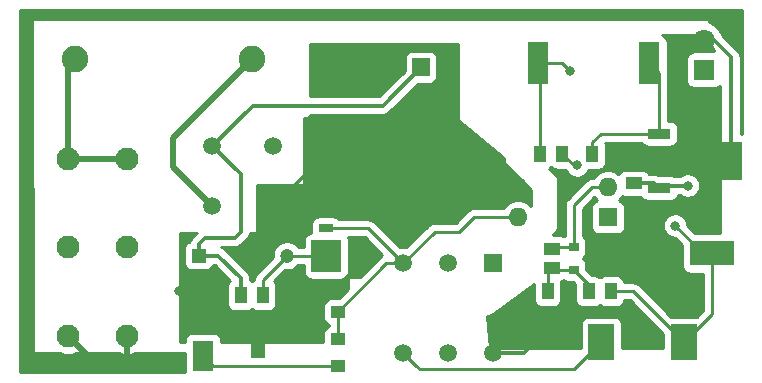
<source format=gbr>
%TF.GenerationSoftware,KiCad,Pcbnew,(5.1.12-1-g0a0a2da680)-1*%
%TF.CreationDate,2021-11-23T21:30:51+01:00*%
%TF.ProjectId,SMPS,534d5053-2e6b-4696-9361-645f70636258,rev?*%
%TF.SameCoordinates,Original*%
%TF.FileFunction,Copper,L1,Top*%
%TF.FilePolarity,Positive*%
%FSLAX46Y46*%
G04 Gerber Fmt 4.6, Leading zero omitted, Abs format (unit mm)*
G04 Created by KiCad (PCBNEW (5.1.12-1-g0a0a2da680)-1) date 2021-11-23 21:30:51*
%MOMM*%
%LPD*%
G01*
G04 APERTURE LIST*
%TA.AperFunction,ComponentPad*%
%ADD10C,1.500000*%
%TD*%
%TA.AperFunction,ComponentPad*%
%ADD11R,1.500000X1.500000*%
%TD*%
%TA.AperFunction,SMDPad,CuDef*%
%ADD12R,1.000000X1.450000*%
%TD*%
%TA.AperFunction,SMDPad,CuDef*%
%ADD13R,1.780000X3.560000*%
%TD*%
%TA.AperFunction,ComponentPad*%
%ADD14C,1.800000*%
%TD*%
%TA.AperFunction,ComponentPad*%
%ADD15R,1.800000X1.800000*%
%TD*%
%TA.AperFunction,ComponentPad*%
%ADD16C,1.950000*%
%TD*%
%TA.AperFunction,SMDPad,CuDef*%
%ADD17R,1.200000X3.300000*%
%TD*%
%TA.AperFunction,SMDPad,CuDef*%
%ADD18R,1.200000X1.000000*%
%TD*%
%TA.AperFunction,SMDPad,CuDef*%
%ADD19R,1.950000X3.200000*%
%TD*%
%TA.AperFunction,SMDPad,CuDef*%
%ADD20R,1.950000X0.900000*%
%TD*%
%TA.AperFunction,ComponentPad*%
%ADD21C,2.250000*%
%TD*%
%TA.AperFunction,SMDPad,CuDef*%
%ADD22R,2.200000X3.050000*%
%TD*%
%TA.AperFunction,SMDPad,CuDef*%
%ADD23R,1.270000X0.762000*%
%TD*%
%TA.AperFunction,SMDPad,CuDef*%
%ADD24R,2.540000X2.670000*%
%TD*%
%TA.AperFunction,SMDPad,CuDef*%
%ADD25R,3.800000X2.150000*%
%TD*%
%TA.AperFunction,SMDPad,CuDef*%
%ADD26R,1.470000X1.020000*%
%TD*%
%TA.AperFunction,SMDPad,CuDef*%
%ADD27R,1.800000X2.600000*%
%TD*%
%TA.AperFunction,SMDPad,CuDef*%
%ADD28R,1.020000X1.470000*%
%TD*%
%TA.AperFunction,SMDPad,CuDef*%
%ADD29R,0.900000X0.800000*%
%TD*%
%TA.AperFunction,ComponentPad*%
%ADD30O,1.600000X1.600000*%
%TD*%
%TA.AperFunction,ComponentPad*%
%ADD31R,1.600000X1.600000*%
%TD*%
%TA.AperFunction,ComponentPad*%
%ADD32C,1.200000*%
%TD*%
%TA.AperFunction,ComponentPad*%
%ADD33R,1.200000X1.200000*%
%TD*%
%TA.AperFunction,ComponentPad*%
%ADD34C,1.510000*%
%TD*%
%TA.AperFunction,ViaPad*%
%ADD35C,0.800000*%
%TD*%
%TA.AperFunction,Conductor*%
%ADD36C,0.300000*%
%TD*%
%TA.AperFunction,Conductor*%
%ADD37C,0.250000*%
%TD*%
%TA.AperFunction,Conductor*%
%ADD38C,0.500000*%
%TD*%
%TA.AperFunction,Conductor*%
%ADD39C,0.254000*%
%TD*%
%TA.AperFunction,Conductor*%
%ADD40C,0.100000*%
%TD*%
G04 APERTURE END LIST*
D10*
%TO.P,T1,2*%
%TO.N,N/C*%
X83575000Y-82215000D03*
%TO.P,T1,5*%
X83575000Y-89835000D03*
D11*
%TO.P,T1,1*%
%TO.N,/DClink+*%
X87385000Y-82215000D03*
D10*
%TO.P,T1,6*%
%TO.N,GND_iso*%
X87385000Y-89835000D03*
%TO.P,T1,3*%
%TO.N,Net-(D1-Pad2)*%
X79765000Y-82215000D03*
%TO.P,T1,4*%
%TO.N,Net-(D2-Pad2)*%
X79765000Y-89835000D03*
%TD*%
D12*
%TO.P,R4,2*%
%TO.N,GND_iso*%
X93900000Y-84600000D03*
%TO.P,R4,1*%
%TO.N,Net-(C6-Pad2)*%
X92000000Y-84600000D03*
%TD*%
%TO.P,R3,2*%
%TO.N,Net-(C6-Pad2)*%
X95475000Y-84600000D03*
%TO.P,R3,1*%
%TO.N,Net-(C7-Pad1)*%
X97375000Y-84600000D03*
%TD*%
%TO.P,R2,2*%
%TO.N,Net-(R2-Pad2)*%
X93250000Y-72925000D03*
%TO.P,R2,1*%
%TO.N,Net-(C7-Pad1)*%
X91350000Y-72925000D03*
%TD*%
%TO.P,R1,2*%
%TO.N,Net-(C5-Pad2)*%
X67900000Y-84925000D03*
%TO.P,R1,1*%
%TO.N,/DClink+*%
X66000000Y-84925000D03*
%TD*%
D13*
%TO.P,L1,2*%
%TO.N,7V*%
X100625000Y-65275000D03*
%TO.P,L1,1*%
%TO.N,Net-(C7-Pad1)*%
X91225000Y-65275000D03*
%TD*%
D14*
%TO.P,J2,2*%
%TO.N,GND_iso*%
X105275000Y-63285000D03*
D15*
%TO.P,J2,1*%
%TO.N,3.3V*%
X105275000Y-65825000D03*
%TD*%
D16*
%TO.P,J1,A3*%
%TO.N,PE*%
X51375000Y-88375000D03*
%TO.P,J1,A2*%
%TO.N,/AC_N*%
X51375000Y-80875000D03*
%TO.P,J1,A1*%
%TO.N,/AC_L*%
X51375000Y-73375000D03*
%TO.P,J1,3*%
%TO.N,PE*%
X56375000Y-88375000D03*
%TO.P,J1,2*%
%TO.N,/AC_N*%
X56375000Y-80875000D03*
%TO.P,J1,1*%
%TO.N,/AC_L*%
X56375000Y-73375000D03*
%TD*%
D17*
%TO.P,IC2,4*%
%TO.N,/GND*%
X67450000Y-88625000D03*
D18*
%TO.P,IC2,3*%
%TO.N,Net-(D1-Pad2)*%
X74250000Y-86325000D03*
%TO.P,IC2,2*%
X74250000Y-88625000D03*
%TO.P,IC2,1*%
%TO.N,Net-(C4-Pad1)*%
X74250000Y-90925000D03*
%TD*%
D19*
%TO.P,IC1,4*%
%TO.N,GND_iso*%
X107550000Y-73550000D03*
D20*
%TO.P,IC1,3*%
%TO.N,3.3V*%
X101450000Y-75850000D03*
%TO.P,IC1,2*%
%TO.N,GND_iso*%
X101450000Y-73550000D03*
%TO.P,IC1,1*%
%TO.N,7V*%
X101450000Y-71250000D03*
%TD*%
D21*
%TO.P,F1,2*%
%TO.N,/AC_F_L*%
X66950000Y-64950000D03*
%TO.P,F1,1*%
%TO.N,/AC_L*%
X51950000Y-64950000D03*
%TD*%
D22*
%TO.P,D2,2*%
%TO.N,Net-(D2-Pad2)*%
X96550000Y-88900000D03*
%TO.P,D2,1*%
%TO.N,Net-(C7-Pad1)*%
X103550000Y-88900000D03*
%TD*%
D23*
%TO.P,D1,2*%
%TO.N,Net-(D1-Pad2)*%
X73250000Y-79272500D03*
D24*
%TO.P,D1,1*%
%TO.N,Net-(C5-Pad2)*%
X73250000Y-81623500D03*
%TD*%
D25*
%TO.P,C7,2*%
%TO.N,GND_iso*%
X99125000Y-81375000D03*
%TO.P,C7,1*%
%TO.N,Net-(C7-Pad1)*%
X105925000Y-81375000D03*
%TD*%
D26*
%TO.P,C6,2*%
%TO.N,Net-(C6-Pad2)*%
X92350000Y-82600000D03*
%TO.P,C6,1*%
%TO.N,Net-(C6-Pad1)*%
X92350000Y-81000000D03*
%TD*%
D27*
%TO.P,C4,2*%
%TO.N,/GND*%
X62825000Y-85550000D03*
%TO.P,C4,1*%
%TO.N,Net-(C4-Pad1)*%
X62825000Y-90050000D03*
%TD*%
D10*
%TO.P,C3,2*%
%TO.N,/GND*%
X81275000Y-73125000D03*
D11*
%TO.P,C3,1*%
%TO.N,/DClink+*%
X81275000Y-65625000D03*
%TD*%
D26*
%TO.P,C2,2*%
%TO.N,GND_iso*%
X99275000Y-73850000D03*
%TO.P,C2,1*%
%TO.N,3.3V*%
X99275000Y-75450000D03*
%TD*%
D28*
%TO.P,C1,2*%
%TO.N,GND_iso*%
X97375000Y-72950000D03*
%TO.P,C1,1*%
%TO.N,7V*%
X95775000Y-72950000D03*
%TD*%
D29*
%TO.P,U2,3*%
%TO.N,GND_iso*%
X96200000Y-81800000D03*
%TO.P,U2,2*%
%TO.N,Net-(C6-Pad2)*%
X94200000Y-82750000D03*
%TO.P,U2,1*%
%TO.N,Net-(C6-Pad1)*%
X94200000Y-80850000D03*
%TD*%
D30*
%TO.P,U1,4*%
%TO.N,Net-(D1-Pad2)*%
X89505000Y-78325000D03*
%TO.P,U1,2*%
%TO.N,Net-(C6-Pad1)*%
X97125000Y-75785000D03*
%TO.P,U1,3*%
%TO.N,/GND*%
X89505000Y-75785000D03*
D31*
%TO.P,U1,1*%
%TO.N,Net-(R2-Pad2)*%
X97125000Y-78325000D03*
%TD*%
D32*
%TO.P,C5,2*%
%TO.N,Net-(C5-Pad2)*%
X69950000Y-81575000D03*
D33*
%TO.P,C5,1*%
%TO.N,/DClink+*%
X62450000Y-81575000D03*
%TD*%
D34*
%TO.P,BR1,4*%
%TO.N,/AC_F_L*%
X63626000Y-77400000D03*
%TO.P,BR1,3*%
%TO.N,/GND*%
X68726000Y-77400000D03*
%TO.P,BR1,2*%
%TO.N,/AC_N*%
X68726000Y-72300000D03*
%TO.P,BR1,1*%
%TO.N,/DClink+*%
X63626000Y-72300000D03*
%TD*%
D35*
%TO.N,GND_iso*%
X99850000Y-83375000D03*
%TO.N,3.3V*%
X103875000Y-75650000D03*
%TO.N,Net-(C7-Pad1)*%
X102800000Y-79025000D03*
X93900000Y-65925000D03*
%TO.N,Net-(R2-Pad2)*%
X94500000Y-73925000D03*
%TO.N,/GND*%
X60750000Y-84600000D03*
%TD*%
D36*
%TO.N,GND_iso*%
X87385000Y-89835000D02*
X89990000Y-89835000D01*
X93900000Y-85925000D02*
X93900000Y-84600000D01*
X89990000Y-89835000D02*
X93900000Y-85925000D01*
X99850000Y-82100000D02*
X99125000Y-81375000D01*
X99850000Y-83375000D02*
X99850000Y-82100000D01*
X96625000Y-81375000D02*
X96200000Y-81800000D01*
X99125000Y-81375000D02*
X96625000Y-81375000D01*
X98375000Y-72950000D02*
X99275000Y-73850000D01*
X97375000Y-72950000D02*
X98375000Y-72950000D01*
X99575000Y-73550000D02*
X99275000Y-73850000D01*
X101450000Y-73550000D02*
X99575000Y-73550000D01*
X101450000Y-73550000D02*
X107550000Y-73550000D01*
X107550000Y-73550000D02*
X107550000Y-64775000D01*
X106060000Y-63285000D02*
X105275000Y-63285000D01*
X107550000Y-64775000D02*
X106060000Y-63285000D01*
X99125000Y-81375000D02*
X99125000Y-80325000D01*
X99125000Y-80325000D02*
X102075000Y-77375000D01*
X103725000Y-77375000D02*
X107550000Y-73550000D01*
X102075000Y-77375000D02*
X103725000Y-77375000D01*
D37*
%TO.N,7V*%
X101450000Y-66100000D02*
X100625000Y-65275000D01*
X101450000Y-71250000D02*
X101450000Y-66100000D01*
X95775000Y-71965000D02*
X95775000Y-72950000D01*
X96490000Y-71250000D02*
X95775000Y-71965000D01*
X101450000Y-71250000D02*
X96490000Y-71250000D01*
D36*
%TO.N,3.3V*%
X101650000Y-75650000D02*
X101450000Y-75850000D01*
X103875000Y-75650000D02*
X101650000Y-75650000D01*
X101050000Y-75450000D02*
X101450000Y-75850000D01*
X99275000Y-75450000D02*
X101050000Y-75450000D01*
D37*
%TO.N,Net-(C4-Pad1)*%
X63700000Y-90925000D02*
X62825000Y-90050000D01*
X74250000Y-90925000D02*
X63700000Y-90925000D01*
%TO.N,Net-(C5-Pad2)*%
X67900000Y-83625000D02*
X69950000Y-81575000D01*
X67900000Y-84925000D02*
X67900000Y-83625000D01*
X73201500Y-81575000D02*
X73250000Y-81623500D01*
X69950000Y-81575000D02*
X73201500Y-81575000D01*
%TO.N,Net-(C6-Pad2)*%
X92000000Y-82950000D02*
X92350000Y-82600000D01*
X92000000Y-84600000D02*
X92000000Y-82950000D01*
X92500000Y-82750000D02*
X92350000Y-82600000D01*
X94200000Y-82750000D02*
X92500000Y-82750000D01*
X95475000Y-84025000D02*
X95475000Y-84600000D01*
X94200000Y-82750000D02*
X95475000Y-84025000D01*
%TO.N,Net-(C6-Pad1)*%
X97125000Y-75785000D02*
X95740000Y-75785000D01*
X94200000Y-77325000D02*
X94200000Y-80850000D01*
X95740000Y-75785000D02*
X94200000Y-77325000D01*
X94200000Y-80850000D02*
X92500000Y-80850000D01*
%TO.N,Net-(C7-Pad1)*%
X99250000Y-84600000D02*
X103550000Y-88900000D01*
X97375000Y-84600000D02*
X99250000Y-84600000D01*
X105925000Y-86525000D02*
X103550000Y-88900000D01*
X105925000Y-81375000D02*
X105925000Y-86525000D01*
X105150000Y-81375000D02*
X102800000Y-79025000D01*
X105925000Y-81375000D02*
X105150000Y-81375000D01*
X93250000Y-65275000D02*
X91225000Y-65275000D01*
X93900000Y-65925000D02*
X93250000Y-65275000D01*
X91350000Y-65400000D02*
X91225000Y-65275000D01*
X91350000Y-72925000D02*
X91350000Y-65400000D01*
%TO.N,Net-(D1-Pad2)*%
X89505000Y-78325000D02*
X85750000Y-78325000D01*
X85750000Y-78325000D02*
X84525000Y-79550000D01*
X82430000Y-79550000D02*
X79765000Y-82215000D01*
X84525000Y-79550000D02*
X82430000Y-79550000D01*
X76822500Y-79272500D02*
X79765000Y-82215000D01*
X73250000Y-79272500D02*
X76822500Y-79272500D01*
X78360000Y-82215000D02*
X74250000Y-86325000D01*
X79765000Y-82215000D02*
X78360000Y-82215000D01*
X74250000Y-88625000D02*
X74250000Y-86325000D01*
%TO.N,Net-(D2-Pad2)*%
X80840001Y-90910001D02*
X80885001Y-90910001D01*
X79765000Y-89835000D02*
X80840001Y-90910001D01*
X80885001Y-90910001D02*
X81175000Y-91200000D01*
X94250000Y-91200000D02*
X96550000Y-88900000D01*
X81175000Y-91200000D02*
X94250000Y-91200000D01*
D38*
%TO.N,PE*%
X56375000Y-88375000D02*
X56375000Y-90625000D01*
X56375000Y-90625000D02*
X56000000Y-91000000D01*
X54000000Y-91000000D02*
X51375000Y-88375000D01*
X56000000Y-91000000D02*
X54000000Y-91000000D01*
D37*
%TO.N,Net-(R2-Pad2)*%
X94250000Y-73925000D02*
X93250000Y-72925000D01*
X94500000Y-73925000D02*
X94250000Y-73925000D01*
%TO.N,/GND*%
X73001000Y-73125000D02*
X68726000Y-77400000D01*
X81275000Y-73125000D02*
X73001000Y-73125000D01*
X61875000Y-84600000D02*
X62825000Y-85550000D01*
X60750000Y-84600000D02*
X61875000Y-84600000D01*
X83935000Y-75785000D02*
X81275000Y-73125000D01*
X89505000Y-75785000D02*
X83935000Y-75785000D01*
X65900000Y-88625000D02*
X62825000Y-85550000D01*
X67450000Y-88625000D02*
X65900000Y-88625000D01*
D36*
%TO.N,/DClink+*%
X63626000Y-72300000D02*
X67051000Y-68875000D01*
X78025000Y-68875000D02*
X81275000Y-65625000D01*
X67051000Y-68875000D02*
X78025000Y-68875000D01*
X64125000Y-81575000D02*
X62450000Y-81575000D01*
X66000000Y-83450000D02*
X64125000Y-81575000D01*
X66000000Y-84925000D02*
X66000000Y-83450000D01*
X62450000Y-80600000D02*
X62450000Y-81575000D01*
X65550000Y-80050000D02*
X63000000Y-80050000D01*
X66025000Y-79575000D02*
X65550000Y-80050000D01*
X66025000Y-74699000D02*
X66025000Y-79575000D01*
X63000000Y-80050000D02*
X62450000Y-80600000D01*
X63626000Y-72300000D02*
X66025000Y-74699000D01*
D38*
%TO.N,/AC_F_L*%
X66950000Y-64950000D02*
X60275000Y-71625000D01*
X60275000Y-74049000D02*
X63626000Y-77400000D01*
X60275000Y-71625000D02*
X60275000Y-74049000D01*
%TO.N,/AC_L*%
X56375000Y-73375000D02*
X51375000Y-73375000D01*
X51375000Y-65525000D02*
X51950000Y-64950000D01*
X51375000Y-73375000D02*
X51375000Y-65525000D01*
%TD*%
D39*
%TO.N,PE*%
X108480001Y-71311928D02*
X108335000Y-71311928D01*
X108335000Y-64813552D01*
X108338797Y-64774999D01*
X108335000Y-64736446D01*
X108335000Y-64736439D01*
X108323641Y-64621113D01*
X108307971Y-64569454D01*
X108278754Y-64473140D01*
X108269561Y-64455941D01*
X108205862Y-64336767D01*
X108107764Y-64217236D01*
X108077816Y-64192658D01*
X106758112Y-62872955D01*
X106751011Y-62837257D01*
X106635299Y-62557905D01*
X106467312Y-62306495D01*
X106253505Y-62092688D01*
X106002095Y-61924701D01*
X105722743Y-61808989D01*
X105644907Y-61793506D01*
X105644740Y-61699774D01*
X105642255Y-61675002D01*
X105634986Y-61651191D01*
X105623211Y-61629255D01*
X105607383Y-61610038D01*
X105588109Y-61594278D01*
X105566132Y-61582581D01*
X105542295Y-61575396D01*
X105517740Y-61573000D01*
X48467937Y-61573000D01*
X48443161Y-61575440D01*
X48419336Y-61582667D01*
X48397380Y-61594403D01*
X48378134Y-61610197D01*
X48362340Y-61629443D01*
X48350604Y-61651399D01*
X48343377Y-61675224D01*
X48340937Y-61700226D01*
X48390740Y-89700226D01*
X48393225Y-89724998D01*
X48400494Y-89748809D01*
X48412269Y-89770745D01*
X48428097Y-89789962D01*
X48447371Y-89805722D01*
X48469348Y-89817419D01*
X48493185Y-89824604D01*
X48517740Y-89827000D01*
X50679403Y-89827000D01*
X50815120Y-89892820D01*
X51121990Y-89972883D01*
X51438584Y-89991540D01*
X51752733Y-89948074D01*
X52052367Y-89844156D01*
X52084464Y-89827000D01*
X55679403Y-89827000D01*
X55815120Y-89892820D01*
X56121990Y-89972883D01*
X56438584Y-89991540D01*
X56752733Y-89948074D01*
X57052367Y-89844156D01*
X57084464Y-89827000D01*
X61286928Y-89827000D01*
X61286928Y-91350000D01*
X61297269Y-91455000D01*
X47300000Y-91455000D01*
X47300000Y-60780000D01*
X108480001Y-60780000D01*
X108480001Y-71311928D01*
%TA.AperFunction,Conductor*%
D40*
G36*
X108480001Y-71311928D02*
G01*
X108335000Y-71311928D01*
X108335000Y-64813552D01*
X108338797Y-64774999D01*
X108335000Y-64736446D01*
X108335000Y-64736439D01*
X108323641Y-64621113D01*
X108307971Y-64569454D01*
X108278754Y-64473140D01*
X108269561Y-64455941D01*
X108205862Y-64336767D01*
X108107764Y-64217236D01*
X108077816Y-64192658D01*
X106758112Y-62872955D01*
X106751011Y-62837257D01*
X106635299Y-62557905D01*
X106467312Y-62306495D01*
X106253505Y-62092688D01*
X106002095Y-61924701D01*
X105722743Y-61808989D01*
X105644907Y-61793506D01*
X105644740Y-61699774D01*
X105642255Y-61675002D01*
X105634986Y-61651191D01*
X105623211Y-61629255D01*
X105607383Y-61610038D01*
X105588109Y-61594278D01*
X105566132Y-61582581D01*
X105542295Y-61575396D01*
X105517740Y-61573000D01*
X48467937Y-61573000D01*
X48443161Y-61575440D01*
X48419336Y-61582667D01*
X48397380Y-61594403D01*
X48378134Y-61610197D01*
X48362340Y-61629443D01*
X48350604Y-61651399D01*
X48343377Y-61675224D01*
X48340937Y-61700226D01*
X48390740Y-89700226D01*
X48393225Y-89724998D01*
X48400494Y-89748809D01*
X48412269Y-89770745D01*
X48428097Y-89789962D01*
X48447371Y-89805722D01*
X48469348Y-89817419D01*
X48493185Y-89824604D01*
X48517740Y-89827000D01*
X50679403Y-89827000D01*
X50815120Y-89892820D01*
X51121990Y-89972883D01*
X51438584Y-89991540D01*
X51752733Y-89948074D01*
X52052367Y-89844156D01*
X52084464Y-89827000D01*
X55679403Y-89827000D01*
X55815120Y-89892820D01*
X56121990Y-89972883D01*
X56438584Y-89991540D01*
X56752733Y-89948074D01*
X57052367Y-89844156D01*
X57084464Y-89827000D01*
X61286928Y-89827000D01*
X61286928Y-91350000D01*
X61297269Y-91455000D01*
X47300000Y-91455000D01*
X47300000Y-60780000D01*
X108480001Y-60780000D01*
X108480001Y-71311928D01*
G37*
%TD.AperFunction*%
%TD*%
D39*
%TO.N,GND_iso*%
X93395506Y-83680537D02*
X93505820Y-83739502D01*
X93625518Y-83775812D01*
X93750000Y-83788072D01*
X94163271Y-83788072D01*
X94336928Y-83961730D01*
X94336928Y-85325000D01*
X94349188Y-85449482D01*
X94385498Y-85569180D01*
X94444463Y-85679494D01*
X94523815Y-85776185D01*
X94620506Y-85855537D01*
X94730820Y-85914502D01*
X94850518Y-85950812D01*
X94975000Y-85963072D01*
X95975000Y-85963072D01*
X96099482Y-85950812D01*
X96219180Y-85914502D01*
X96329494Y-85855537D01*
X96425000Y-85777158D01*
X96520506Y-85855537D01*
X96630820Y-85914502D01*
X96750518Y-85950812D01*
X96875000Y-85963072D01*
X97875000Y-85963072D01*
X97999482Y-85950812D01*
X98119180Y-85914502D01*
X98229494Y-85855537D01*
X98326185Y-85776185D01*
X98405537Y-85679494D01*
X98464502Y-85569180D01*
X98500812Y-85449482D01*
X98509625Y-85360000D01*
X98935199Y-85360000D01*
X101811928Y-88236730D01*
X101811928Y-89373000D01*
X98288072Y-89373000D01*
X98288072Y-87375000D01*
X98275812Y-87250518D01*
X98239502Y-87130820D01*
X98180537Y-87020506D01*
X98101185Y-86923815D01*
X98004494Y-86844463D01*
X97894180Y-86785498D01*
X97774482Y-86749188D01*
X97650000Y-86736928D01*
X95450000Y-86736928D01*
X95325518Y-86749188D01*
X95205820Y-86785498D01*
X95095506Y-86844463D01*
X94998815Y-86923815D01*
X94919463Y-87020506D01*
X94860498Y-87130820D01*
X94824188Y-87250518D01*
X94811928Y-87375000D01*
X94811928Y-89373000D01*
X87117606Y-89373000D01*
X86908913Y-86660000D01*
X86984241Y-86660000D01*
X87033369Y-86662352D01*
X87081205Y-86655195D01*
X87129383Y-86650450D01*
X87145404Y-86645590D01*
X87161946Y-86643115D01*
X87207471Y-86626762D01*
X87253793Y-86612710D01*
X87268554Y-86604820D01*
X87284300Y-86599164D01*
X87325762Y-86574242D01*
X87368450Y-86551425D01*
X87406500Y-86520198D01*
X90861928Y-83950778D01*
X90861928Y-85325000D01*
X90874188Y-85449482D01*
X90910498Y-85569180D01*
X90969463Y-85679494D01*
X91048815Y-85776185D01*
X91145506Y-85855537D01*
X91255820Y-85914502D01*
X91375518Y-85950812D01*
X91500000Y-85963072D01*
X92500000Y-85963072D01*
X92624482Y-85950812D01*
X92744180Y-85914502D01*
X92854494Y-85855537D01*
X92951185Y-85776185D01*
X93030537Y-85679494D01*
X93089502Y-85569180D01*
X93125812Y-85449482D01*
X93138072Y-85325000D01*
X93138072Y-83875000D01*
X93125812Y-83750518D01*
X93123908Y-83744240D01*
X93209482Y-83735812D01*
X93329180Y-83699502D01*
X93383340Y-83670553D01*
X93395506Y-83680537D01*
%TA.AperFunction,Conductor*%
D40*
G36*
X93395506Y-83680537D02*
G01*
X93505820Y-83739502D01*
X93625518Y-83775812D01*
X93750000Y-83788072D01*
X94163271Y-83788072D01*
X94336928Y-83961730D01*
X94336928Y-85325000D01*
X94349188Y-85449482D01*
X94385498Y-85569180D01*
X94444463Y-85679494D01*
X94523815Y-85776185D01*
X94620506Y-85855537D01*
X94730820Y-85914502D01*
X94850518Y-85950812D01*
X94975000Y-85963072D01*
X95975000Y-85963072D01*
X96099482Y-85950812D01*
X96219180Y-85914502D01*
X96329494Y-85855537D01*
X96425000Y-85777158D01*
X96520506Y-85855537D01*
X96630820Y-85914502D01*
X96750518Y-85950812D01*
X96875000Y-85963072D01*
X97875000Y-85963072D01*
X97999482Y-85950812D01*
X98119180Y-85914502D01*
X98229494Y-85855537D01*
X98326185Y-85776185D01*
X98405537Y-85679494D01*
X98464502Y-85569180D01*
X98500812Y-85449482D01*
X98509625Y-85360000D01*
X98935199Y-85360000D01*
X101811928Y-88236730D01*
X101811928Y-89373000D01*
X98288072Y-89373000D01*
X98288072Y-87375000D01*
X98275812Y-87250518D01*
X98239502Y-87130820D01*
X98180537Y-87020506D01*
X98101185Y-86923815D01*
X98004494Y-86844463D01*
X97894180Y-86785498D01*
X97774482Y-86749188D01*
X97650000Y-86736928D01*
X95450000Y-86736928D01*
X95325518Y-86749188D01*
X95205820Y-86785498D01*
X95095506Y-86844463D01*
X94998815Y-86923815D01*
X94919463Y-87020506D01*
X94860498Y-87130820D01*
X94824188Y-87250518D01*
X94811928Y-87375000D01*
X94811928Y-89373000D01*
X87117606Y-89373000D01*
X86908913Y-86660000D01*
X86984241Y-86660000D01*
X87033369Y-86662352D01*
X87081205Y-86655195D01*
X87129383Y-86650450D01*
X87145404Y-86645590D01*
X87161946Y-86643115D01*
X87207471Y-86626762D01*
X87253793Y-86612710D01*
X87268554Y-86604820D01*
X87284300Y-86599164D01*
X87325762Y-86574242D01*
X87368450Y-86551425D01*
X87406500Y-86520198D01*
X90861928Y-83950778D01*
X90861928Y-85325000D01*
X90874188Y-85449482D01*
X90910498Y-85569180D01*
X90969463Y-85679494D01*
X91048815Y-85776185D01*
X91145506Y-85855537D01*
X91255820Y-85914502D01*
X91375518Y-85950812D01*
X91500000Y-85963072D01*
X92500000Y-85963072D01*
X92624482Y-85950812D01*
X92744180Y-85914502D01*
X92854494Y-85855537D01*
X92951185Y-85776185D01*
X93030537Y-85679494D01*
X93089502Y-85569180D01*
X93125812Y-85449482D01*
X93138072Y-85325000D01*
X93138072Y-83875000D01*
X93125812Y-83750518D01*
X93123908Y-83744240D01*
X93209482Y-83735812D01*
X93329180Y-83699502D01*
X93383340Y-83670553D01*
X93395506Y-83680537D01*
G37*
%TD.AperFunction*%
D39*
X106059099Y-64286928D02*
X104375000Y-64286928D01*
X104250518Y-64299188D01*
X104130820Y-64335498D01*
X104020506Y-64394463D01*
X103923815Y-64473815D01*
X103844463Y-64570506D01*
X103785498Y-64680820D01*
X103749188Y-64800518D01*
X103736928Y-64925000D01*
X103736928Y-66725000D01*
X103749188Y-66849482D01*
X103785498Y-66969180D01*
X103844463Y-67079494D01*
X103923815Y-67176185D01*
X104020506Y-67255537D01*
X104130820Y-67314502D01*
X104250518Y-67350812D01*
X104375000Y-67363072D01*
X106175000Y-67363072D01*
X106299482Y-67350812D01*
X106419180Y-67314502D01*
X106529494Y-67255537D01*
X106623000Y-67178799D01*
X106623000Y-79661928D01*
X104511729Y-79661928D01*
X103835000Y-78985199D01*
X103835000Y-78923061D01*
X103795226Y-78723102D01*
X103717205Y-78534744D01*
X103603937Y-78365226D01*
X103459774Y-78221063D01*
X103290256Y-78107795D01*
X103101898Y-78029774D01*
X102901939Y-77990000D01*
X102698061Y-77990000D01*
X102498102Y-78029774D01*
X102309744Y-78107795D01*
X102140226Y-78221063D01*
X101996063Y-78365226D01*
X101882795Y-78534744D01*
X101804774Y-78723102D01*
X101765000Y-78923061D01*
X101765000Y-79126939D01*
X101804774Y-79326898D01*
X101882795Y-79515256D01*
X101996063Y-79684774D01*
X102140226Y-79828937D01*
X102309744Y-79942205D01*
X102498102Y-80020226D01*
X102698061Y-80060000D01*
X102760199Y-80060000D01*
X103386928Y-80686729D01*
X103386928Y-82450000D01*
X103399188Y-82574482D01*
X103435498Y-82694180D01*
X103494463Y-82804494D01*
X103573815Y-82901185D01*
X103670506Y-82980537D01*
X103780820Y-83039502D01*
X103900518Y-83075812D01*
X104025000Y-83088072D01*
X105165000Y-83088072D01*
X105165001Y-86210197D01*
X104638270Y-86736928D01*
X102461730Y-86736928D01*
X99813804Y-84089003D01*
X99790001Y-84059999D01*
X99674276Y-83965026D01*
X99542247Y-83894454D01*
X99398986Y-83850997D01*
X99287333Y-83840000D01*
X99287322Y-83840000D01*
X99250000Y-83836324D01*
X99212678Y-83840000D01*
X98509625Y-83840000D01*
X98500812Y-83750518D01*
X98464502Y-83630820D01*
X98405537Y-83520506D01*
X98326185Y-83423815D01*
X98229494Y-83344463D01*
X98119180Y-83285498D01*
X97999482Y-83249188D01*
X97875000Y-83236928D01*
X96875000Y-83236928D01*
X96750518Y-83249188D01*
X96630820Y-83285498D01*
X96520506Y-83344463D01*
X96425000Y-83422842D01*
X96329494Y-83344463D01*
X96219180Y-83285498D01*
X96099482Y-83249188D01*
X95975000Y-83236928D01*
X95761730Y-83236928D01*
X95288072Y-82763271D01*
X95288072Y-82350000D01*
X95275812Y-82225518D01*
X95239502Y-82105820D01*
X95180537Y-81995506D01*
X95101185Y-81898815D01*
X95004494Y-81819463D01*
X94968082Y-81800000D01*
X95004494Y-81780537D01*
X95101185Y-81701185D01*
X95180537Y-81604494D01*
X95239502Y-81494180D01*
X95275812Y-81374482D01*
X95288072Y-81250000D01*
X95288072Y-80450000D01*
X95275812Y-80325518D01*
X95239502Y-80205820D01*
X95180537Y-80095506D01*
X95101185Y-79998815D01*
X95004494Y-79919463D01*
X94960000Y-79895680D01*
X94960000Y-77639801D01*
X95966175Y-76633627D01*
X96010363Y-76699759D01*
X96208961Y-76898357D01*
X96200518Y-76899188D01*
X96080820Y-76935498D01*
X95970506Y-76994463D01*
X95873815Y-77073815D01*
X95794463Y-77170506D01*
X95735498Y-77280820D01*
X95699188Y-77400518D01*
X95686928Y-77525000D01*
X95686928Y-79125000D01*
X95699188Y-79249482D01*
X95735498Y-79369180D01*
X95794463Y-79479494D01*
X95873815Y-79576185D01*
X95970506Y-79655537D01*
X96080820Y-79714502D01*
X96200518Y-79750812D01*
X96325000Y-79763072D01*
X97925000Y-79763072D01*
X98049482Y-79750812D01*
X98169180Y-79714502D01*
X98279494Y-79655537D01*
X98376185Y-79576185D01*
X98455537Y-79479494D01*
X98514502Y-79369180D01*
X98550812Y-79249482D01*
X98563072Y-79125000D01*
X98563072Y-77525000D01*
X98550812Y-77400518D01*
X98514502Y-77280820D01*
X98455537Y-77170506D01*
X98376185Y-77073815D01*
X98279494Y-76994463D01*
X98169180Y-76935498D01*
X98049482Y-76899188D01*
X98041039Y-76898357D01*
X98239637Y-76699759D01*
X98332584Y-76560654D01*
X98415518Y-76585812D01*
X98540000Y-76598072D01*
X99914304Y-76598072D01*
X99944463Y-76654494D01*
X100023815Y-76751185D01*
X100120506Y-76830537D01*
X100230820Y-76889502D01*
X100350518Y-76925812D01*
X100475000Y-76938072D01*
X102425000Y-76938072D01*
X102549482Y-76925812D01*
X102669180Y-76889502D01*
X102779494Y-76830537D01*
X102876185Y-76751185D01*
X102955537Y-76654494D01*
X103014502Y-76544180D01*
X103047621Y-76435000D01*
X103196289Y-76435000D01*
X103215226Y-76453937D01*
X103384744Y-76567205D01*
X103573102Y-76645226D01*
X103773061Y-76685000D01*
X103976939Y-76685000D01*
X104176898Y-76645226D01*
X104365256Y-76567205D01*
X104534774Y-76453937D01*
X104678937Y-76309774D01*
X104792205Y-76140256D01*
X104870226Y-75951898D01*
X104910000Y-75751939D01*
X104910000Y-75548061D01*
X104870226Y-75348102D01*
X104792205Y-75159744D01*
X104678937Y-74990226D01*
X104534774Y-74846063D01*
X104365256Y-74732795D01*
X104176898Y-74654774D01*
X103976939Y-74615000D01*
X103773061Y-74615000D01*
X103573102Y-74654774D01*
X103384744Y-74732795D01*
X103215226Y-74846063D01*
X103196289Y-74865000D01*
X102771144Y-74865000D01*
X102669180Y-74810498D01*
X102549482Y-74774188D01*
X102425000Y-74761928D01*
X101427972Y-74761928D01*
X101351860Y-74721246D01*
X101203887Y-74676359D01*
X101088561Y-74665000D01*
X101088553Y-74665000D01*
X101050000Y-74661203D01*
X101011447Y-74665000D01*
X100583028Y-74665000D01*
X100540537Y-74585506D01*
X100461185Y-74488815D01*
X100364494Y-74409463D01*
X100254180Y-74350498D01*
X100134482Y-74314188D01*
X100010000Y-74301928D01*
X98540000Y-74301928D01*
X98415518Y-74314188D01*
X98295820Y-74350498D01*
X98185506Y-74409463D01*
X98088815Y-74488815D01*
X98009463Y-74585506D01*
X97984015Y-74633116D01*
X97804727Y-74513320D01*
X97543574Y-74405147D01*
X97266335Y-74350000D01*
X96983665Y-74350000D01*
X96706426Y-74405147D01*
X96445273Y-74513320D01*
X96210241Y-74670363D01*
X96010363Y-74870241D01*
X95906957Y-75025000D01*
X95777323Y-75025000D01*
X95740000Y-75021324D01*
X95702677Y-75025000D01*
X95702667Y-75025000D01*
X95591014Y-75035997D01*
X95447753Y-75079454D01*
X95315723Y-75150026D01*
X95256567Y-75198575D01*
X95199999Y-75244999D01*
X95176201Y-75273997D01*
X93689003Y-76761196D01*
X93659999Y-76784999D01*
X93604871Y-76852174D01*
X93565026Y-76900724D01*
X93514921Y-76994463D01*
X93494454Y-77032754D01*
X93450997Y-77176015D01*
X93440000Y-77287668D01*
X93440000Y-77287678D01*
X93436324Y-77325000D01*
X93440000Y-77362323D01*
X93440001Y-79895680D01*
X93395506Y-79919463D01*
X93383340Y-79929447D01*
X93329180Y-79900498D01*
X93209482Y-79864188D01*
X93085000Y-79851928D01*
X92454319Y-79851928D01*
X92774741Y-79400964D01*
X92801425Y-79368450D01*
X92827598Y-79319483D01*
X92855173Y-79271276D01*
X92858208Y-79262216D01*
X92862710Y-79253793D01*
X92878834Y-79200641D01*
X92896467Y-79148000D01*
X92897675Y-79138531D01*
X92900450Y-79129383D01*
X92905896Y-79074090D01*
X92912919Y-79019037D01*
X92910000Y-78977084D01*
X92910000Y-75282412D01*
X92913192Y-75250000D01*
X92910000Y-75217588D01*
X92910000Y-75217581D01*
X92900450Y-75120617D01*
X92862710Y-74996207D01*
X92801425Y-74881550D01*
X92784727Y-74861203D01*
X92739614Y-74806233D01*
X92739612Y-74806231D01*
X92718948Y-74781052D01*
X92693769Y-74760388D01*
X92145468Y-74212087D01*
X92204494Y-74180537D01*
X92300000Y-74102158D01*
X92395506Y-74180537D01*
X92505820Y-74239502D01*
X92625518Y-74275812D01*
X92750000Y-74288072D01*
X93530113Y-74288072D01*
X93582795Y-74415256D01*
X93696063Y-74584774D01*
X93840226Y-74728937D01*
X94009744Y-74842205D01*
X94198102Y-74920226D01*
X94398061Y-74960000D01*
X94601939Y-74960000D01*
X94801898Y-74920226D01*
X94990256Y-74842205D01*
X95159774Y-74728937D01*
X95303937Y-74584774D01*
X95417205Y-74415256D01*
X95455389Y-74323072D01*
X96285000Y-74323072D01*
X96409482Y-74310812D01*
X96529180Y-74274502D01*
X96639494Y-74215537D01*
X96736185Y-74136185D01*
X96815537Y-74039494D01*
X96874502Y-73929180D01*
X96910812Y-73809482D01*
X96923072Y-73685000D01*
X96923072Y-72215000D01*
X96910812Y-72090518D01*
X96886387Y-72010000D01*
X99920680Y-72010000D01*
X99944463Y-72054494D01*
X100023815Y-72151185D01*
X100120506Y-72230537D01*
X100230820Y-72289502D01*
X100350518Y-72325812D01*
X100475000Y-72338072D01*
X102425000Y-72338072D01*
X102549482Y-72325812D01*
X102669180Y-72289502D01*
X102779494Y-72230537D01*
X102876185Y-72151185D01*
X102955537Y-72054494D01*
X103014502Y-71944180D01*
X103050812Y-71824482D01*
X103063072Y-71700000D01*
X103063072Y-70800000D01*
X103050812Y-70675518D01*
X103014502Y-70555820D01*
X102955537Y-70445506D01*
X102876185Y-70348815D01*
X102779494Y-70269463D01*
X102669180Y-70210498D01*
X102549482Y-70174188D01*
X102425000Y-70161928D01*
X102210000Y-70161928D01*
X102210000Y-66137322D01*
X102213676Y-66099999D01*
X102210000Y-66062676D01*
X102210000Y-66062667D01*
X102199003Y-65951014D01*
X102155546Y-65807753D01*
X102153072Y-65803125D01*
X102153072Y-63495000D01*
X102140812Y-63370518D01*
X102104502Y-63250820D01*
X102045537Y-63140506D01*
X101966185Y-63043815D01*
X101869494Y-62964463D01*
X101759180Y-62905498D01*
X101665235Y-62877000D01*
X105418223Y-62877000D01*
X106059099Y-64286928D01*
%TA.AperFunction,Conductor*%
D40*
G36*
X106059099Y-64286928D02*
G01*
X104375000Y-64286928D01*
X104250518Y-64299188D01*
X104130820Y-64335498D01*
X104020506Y-64394463D01*
X103923815Y-64473815D01*
X103844463Y-64570506D01*
X103785498Y-64680820D01*
X103749188Y-64800518D01*
X103736928Y-64925000D01*
X103736928Y-66725000D01*
X103749188Y-66849482D01*
X103785498Y-66969180D01*
X103844463Y-67079494D01*
X103923815Y-67176185D01*
X104020506Y-67255537D01*
X104130820Y-67314502D01*
X104250518Y-67350812D01*
X104375000Y-67363072D01*
X106175000Y-67363072D01*
X106299482Y-67350812D01*
X106419180Y-67314502D01*
X106529494Y-67255537D01*
X106623000Y-67178799D01*
X106623000Y-79661928D01*
X104511729Y-79661928D01*
X103835000Y-78985199D01*
X103835000Y-78923061D01*
X103795226Y-78723102D01*
X103717205Y-78534744D01*
X103603937Y-78365226D01*
X103459774Y-78221063D01*
X103290256Y-78107795D01*
X103101898Y-78029774D01*
X102901939Y-77990000D01*
X102698061Y-77990000D01*
X102498102Y-78029774D01*
X102309744Y-78107795D01*
X102140226Y-78221063D01*
X101996063Y-78365226D01*
X101882795Y-78534744D01*
X101804774Y-78723102D01*
X101765000Y-78923061D01*
X101765000Y-79126939D01*
X101804774Y-79326898D01*
X101882795Y-79515256D01*
X101996063Y-79684774D01*
X102140226Y-79828937D01*
X102309744Y-79942205D01*
X102498102Y-80020226D01*
X102698061Y-80060000D01*
X102760199Y-80060000D01*
X103386928Y-80686729D01*
X103386928Y-82450000D01*
X103399188Y-82574482D01*
X103435498Y-82694180D01*
X103494463Y-82804494D01*
X103573815Y-82901185D01*
X103670506Y-82980537D01*
X103780820Y-83039502D01*
X103900518Y-83075812D01*
X104025000Y-83088072D01*
X105165000Y-83088072D01*
X105165001Y-86210197D01*
X104638270Y-86736928D01*
X102461730Y-86736928D01*
X99813804Y-84089003D01*
X99790001Y-84059999D01*
X99674276Y-83965026D01*
X99542247Y-83894454D01*
X99398986Y-83850997D01*
X99287333Y-83840000D01*
X99287322Y-83840000D01*
X99250000Y-83836324D01*
X99212678Y-83840000D01*
X98509625Y-83840000D01*
X98500812Y-83750518D01*
X98464502Y-83630820D01*
X98405537Y-83520506D01*
X98326185Y-83423815D01*
X98229494Y-83344463D01*
X98119180Y-83285498D01*
X97999482Y-83249188D01*
X97875000Y-83236928D01*
X96875000Y-83236928D01*
X96750518Y-83249188D01*
X96630820Y-83285498D01*
X96520506Y-83344463D01*
X96425000Y-83422842D01*
X96329494Y-83344463D01*
X96219180Y-83285498D01*
X96099482Y-83249188D01*
X95975000Y-83236928D01*
X95761730Y-83236928D01*
X95288072Y-82763271D01*
X95288072Y-82350000D01*
X95275812Y-82225518D01*
X95239502Y-82105820D01*
X95180537Y-81995506D01*
X95101185Y-81898815D01*
X95004494Y-81819463D01*
X94968082Y-81800000D01*
X95004494Y-81780537D01*
X95101185Y-81701185D01*
X95180537Y-81604494D01*
X95239502Y-81494180D01*
X95275812Y-81374482D01*
X95288072Y-81250000D01*
X95288072Y-80450000D01*
X95275812Y-80325518D01*
X95239502Y-80205820D01*
X95180537Y-80095506D01*
X95101185Y-79998815D01*
X95004494Y-79919463D01*
X94960000Y-79895680D01*
X94960000Y-77639801D01*
X95966175Y-76633627D01*
X96010363Y-76699759D01*
X96208961Y-76898357D01*
X96200518Y-76899188D01*
X96080820Y-76935498D01*
X95970506Y-76994463D01*
X95873815Y-77073815D01*
X95794463Y-77170506D01*
X95735498Y-77280820D01*
X95699188Y-77400518D01*
X95686928Y-77525000D01*
X95686928Y-79125000D01*
X95699188Y-79249482D01*
X95735498Y-79369180D01*
X95794463Y-79479494D01*
X95873815Y-79576185D01*
X95970506Y-79655537D01*
X96080820Y-79714502D01*
X96200518Y-79750812D01*
X96325000Y-79763072D01*
X97925000Y-79763072D01*
X98049482Y-79750812D01*
X98169180Y-79714502D01*
X98279494Y-79655537D01*
X98376185Y-79576185D01*
X98455537Y-79479494D01*
X98514502Y-79369180D01*
X98550812Y-79249482D01*
X98563072Y-79125000D01*
X98563072Y-77525000D01*
X98550812Y-77400518D01*
X98514502Y-77280820D01*
X98455537Y-77170506D01*
X98376185Y-77073815D01*
X98279494Y-76994463D01*
X98169180Y-76935498D01*
X98049482Y-76899188D01*
X98041039Y-76898357D01*
X98239637Y-76699759D01*
X98332584Y-76560654D01*
X98415518Y-76585812D01*
X98540000Y-76598072D01*
X99914304Y-76598072D01*
X99944463Y-76654494D01*
X100023815Y-76751185D01*
X100120506Y-76830537D01*
X100230820Y-76889502D01*
X100350518Y-76925812D01*
X100475000Y-76938072D01*
X102425000Y-76938072D01*
X102549482Y-76925812D01*
X102669180Y-76889502D01*
X102779494Y-76830537D01*
X102876185Y-76751185D01*
X102955537Y-76654494D01*
X103014502Y-76544180D01*
X103047621Y-76435000D01*
X103196289Y-76435000D01*
X103215226Y-76453937D01*
X103384744Y-76567205D01*
X103573102Y-76645226D01*
X103773061Y-76685000D01*
X103976939Y-76685000D01*
X104176898Y-76645226D01*
X104365256Y-76567205D01*
X104534774Y-76453937D01*
X104678937Y-76309774D01*
X104792205Y-76140256D01*
X104870226Y-75951898D01*
X104910000Y-75751939D01*
X104910000Y-75548061D01*
X104870226Y-75348102D01*
X104792205Y-75159744D01*
X104678937Y-74990226D01*
X104534774Y-74846063D01*
X104365256Y-74732795D01*
X104176898Y-74654774D01*
X103976939Y-74615000D01*
X103773061Y-74615000D01*
X103573102Y-74654774D01*
X103384744Y-74732795D01*
X103215226Y-74846063D01*
X103196289Y-74865000D01*
X102771144Y-74865000D01*
X102669180Y-74810498D01*
X102549482Y-74774188D01*
X102425000Y-74761928D01*
X101427972Y-74761928D01*
X101351860Y-74721246D01*
X101203887Y-74676359D01*
X101088561Y-74665000D01*
X101088553Y-74665000D01*
X101050000Y-74661203D01*
X101011447Y-74665000D01*
X100583028Y-74665000D01*
X100540537Y-74585506D01*
X100461185Y-74488815D01*
X100364494Y-74409463D01*
X100254180Y-74350498D01*
X100134482Y-74314188D01*
X100010000Y-74301928D01*
X98540000Y-74301928D01*
X98415518Y-74314188D01*
X98295820Y-74350498D01*
X98185506Y-74409463D01*
X98088815Y-74488815D01*
X98009463Y-74585506D01*
X97984015Y-74633116D01*
X97804727Y-74513320D01*
X97543574Y-74405147D01*
X97266335Y-74350000D01*
X96983665Y-74350000D01*
X96706426Y-74405147D01*
X96445273Y-74513320D01*
X96210241Y-74670363D01*
X96010363Y-74870241D01*
X95906957Y-75025000D01*
X95777323Y-75025000D01*
X95740000Y-75021324D01*
X95702677Y-75025000D01*
X95702667Y-75025000D01*
X95591014Y-75035997D01*
X95447753Y-75079454D01*
X95315723Y-75150026D01*
X95256567Y-75198575D01*
X95199999Y-75244999D01*
X95176201Y-75273997D01*
X93689003Y-76761196D01*
X93659999Y-76784999D01*
X93604871Y-76852174D01*
X93565026Y-76900724D01*
X93514921Y-76994463D01*
X93494454Y-77032754D01*
X93450997Y-77176015D01*
X93440000Y-77287668D01*
X93440000Y-77287678D01*
X93436324Y-77325000D01*
X93440000Y-77362323D01*
X93440001Y-79895680D01*
X93395506Y-79919463D01*
X93383340Y-79929447D01*
X93329180Y-79900498D01*
X93209482Y-79864188D01*
X93085000Y-79851928D01*
X92454319Y-79851928D01*
X92774741Y-79400964D01*
X92801425Y-79368450D01*
X92827598Y-79319483D01*
X92855173Y-79271276D01*
X92858208Y-79262216D01*
X92862710Y-79253793D01*
X92878834Y-79200641D01*
X92896467Y-79148000D01*
X92897675Y-79138531D01*
X92900450Y-79129383D01*
X92905896Y-79074090D01*
X92912919Y-79019037D01*
X92910000Y-78977084D01*
X92910000Y-75282412D01*
X92913192Y-75250000D01*
X92910000Y-75217588D01*
X92910000Y-75217581D01*
X92900450Y-75120617D01*
X92862710Y-74996207D01*
X92801425Y-74881550D01*
X92784727Y-74861203D01*
X92739614Y-74806233D01*
X92739612Y-74806231D01*
X92718948Y-74781052D01*
X92693769Y-74760388D01*
X92145468Y-74212087D01*
X92204494Y-74180537D01*
X92300000Y-74102158D01*
X92395506Y-74180537D01*
X92505820Y-74239502D01*
X92625518Y-74275812D01*
X92750000Y-74288072D01*
X93530113Y-74288072D01*
X93582795Y-74415256D01*
X93696063Y-74584774D01*
X93840226Y-74728937D01*
X94009744Y-74842205D01*
X94198102Y-74920226D01*
X94398061Y-74960000D01*
X94601939Y-74960000D01*
X94801898Y-74920226D01*
X94990256Y-74842205D01*
X95159774Y-74728937D01*
X95303937Y-74584774D01*
X95417205Y-74415256D01*
X95455389Y-74323072D01*
X96285000Y-74323072D01*
X96409482Y-74310812D01*
X96529180Y-74274502D01*
X96639494Y-74215537D01*
X96736185Y-74136185D01*
X96815537Y-74039494D01*
X96874502Y-73929180D01*
X96910812Y-73809482D01*
X96923072Y-73685000D01*
X96923072Y-72215000D01*
X96910812Y-72090518D01*
X96886387Y-72010000D01*
X99920680Y-72010000D01*
X99944463Y-72054494D01*
X100023815Y-72151185D01*
X100120506Y-72230537D01*
X100230820Y-72289502D01*
X100350518Y-72325812D01*
X100475000Y-72338072D01*
X102425000Y-72338072D01*
X102549482Y-72325812D01*
X102669180Y-72289502D01*
X102779494Y-72230537D01*
X102876185Y-72151185D01*
X102955537Y-72054494D01*
X103014502Y-71944180D01*
X103050812Y-71824482D01*
X103063072Y-71700000D01*
X103063072Y-70800000D01*
X103050812Y-70675518D01*
X103014502Y-70555820D01*
X102955537Y-70445506D01*
X102876185Y-70348815D01*
X102779494Y-70269463D01*
X102669180Y-70210498D01*
X102549482Y-70174188D01*
X102425000Y-70161928D01*
X102210000Y-70161928D01*
X102210000Y-66137322D01*
X102213676Y-66099999D01*
X102210000Y-66062676D01*
X102210000Y-66062667D01*
X102199003Y-65951014D01*
X102155546Y-65807753D01*
X102153072Y-65803125D01*
X102153072Y-63495000D01*
X102140812Y-63370518D01*
X102104502Y-63250820D01*
X102045537Y-63140506D01*
X101966185Y-63043815D01*
X101869494Y-62964463D01*
X101759180Y-62905498D01*
X101665235Y-62877000D01*
X105418223Y-62877000D01*
X106059099Y-64286928D01*
G37*
%TD.AperFunction*%
%TD*%
D39*
%TO.N,/GND*%
X61922189Y-80017654D02*
X61892236Y-80042236D01*
X61794138Y-80161768D01*
X61721246Y-80298141D01*
X61703759Y-80355789D01*
X61605820Y-80385498D01*
X61495506Y-80444463D01*
X61398815Y-80523815D01*
X61319463Y-80620506D01*
X61260498Y-80730820D01*
X61224188Y-80850518D01*
X61211928Y-80975000D01*
X61211928Y-82175000D01*
X61224188Y-82299482D01*
X61260498Y-82419180D01*
X61319463Y-82529494D01*
X61398815Y-82626185D01*
X61495506Y-82705537D01*
X61605820Y-82764502D01*
X61725518Y-82800812D01*
X61850000Y-82813072D01*
X63050000Y-82813072D01*
X63174482Y-82800812D01*
X63294180Y-82764502D01*
X63404494Y-82705537D01*
X63501185Y-82626185D01*
X63580537Y-82529494D01*
X63639502Y-82419180D01*
X63657454Y-82360000D01*
X63799843Y-82360000D01*
X65125623Y-83685781D01*
X65048815Y-83748815D01*
X64969463Y-83845506D01*
X64910498Y-83955820D01*
X64874188Y-84075518D01*
X64861928Y-84200000D01*
X64861928Y-85650000D01*
X64874188Y-85774482D01*
X64910498Y-85894180D01*
X64969463Y-86004494D01*
X65048815Y-86101185D01*
X65145506Y-86180537D01*
X65255820Y-86239502D01*
X65375518Y-86275812D01*
X65500000Y-86288072D01*
X66500000Y-86288072D01*
X66624482Y-86275812D01*
X66744180Y-86239502D01*
X66854494Y-86180537D01*
X66950000Y-86102158D01*
X67045506Y-86180537D01*
X67155820Y-86239502D01*
X67275518Y-86275812D01*
X67400000Y-86288072D01*
X68400000Y-86288072D01*
X68524482Y-86275812D01*
X68644180Y-86239502D01*
X68754494Y-86180537D01*
X68851185Y-86101185D01*
X68930537Y-86004494D01*
X68989502Y-85894180D01*
X69025812Y-85774482D01*
X69038072Y-85650000D01*
X69038072Y-84200000D01*
X69025812Y-84075518D01*
X68989502Y-83955820D01*
X68930537Y-83845506D01*
X68851185Y-83748815D01*
X68851076Y-83748725D01*
X69796199Y-82803602D01*
X69828363Y-82810000D01*
X70071637Y-82810000D01*
X70310236Y-82762540D01*
X70534992Y-82669443D01*
X70737267Y-82534287D01*
X70909287Y-82362267D01*
X70927506Y-82335000D01*
X71341928Y-82335000D01*
X71341928Y-82958500D01*
X71354188Y-83082982D01*
X71390498Y-83202680D01*
X71449463Y-83312994D01*
X71528815Y-83409685D01*
X71625506Y-83489037D01*
X71735820Y-83548002D01*
X71855518Y-83584312D01*
X71980000Y-83596572D01*
X74520000Y-83596572D01*
X74644482Y-83584312D01*
X74764180Y-83548002D01*
X74874494Y-83489037D01*
X74971185Y-83409685D01*
X75050537Y-83312994D01*
X75109502Y-83202680D01*
X75145812Y-83082982D01*
X75158072Y-82958500D01*
X75158072Y-80288500D01*
X75145812Y-80164018D01*
X75109502Y-80044320D01*
X75103184Y-80032500D01*
X76507699Y-80032500D01*
X78013598Y-81538401D01*
X77935724Y-81580026D01*
X77819999Y-81674999D01*
X77796202Y-81703996D01*
X76127198Y-83373000D01*
X75250000Y-83373000D01*
X75225224Y-83375440D01*
X75201399Y-83382667D01*
X75179443Y-83394403D01*
X75160197Y-83410197D01*
X75144403Y-83429443D01*
X75132667Y-83451399D01*
X75125440Y-83475224D01*
X75123000Y-83500000D01*
X75123000Y-84377199D01*
X74313271Y-85186928D01*
X73650000Y-85186928D01*
X73525518Y-85199188D01*
X73405820Y-85235498D01*
X73295506Y-85294463D01*
X73198815Y-85373815D01*
X73119463Y-85470506D01*
X73060498Y-85580820D01*
X73024188Y-85700518D01*
X73011928Y-85825000D01*
X73011928Y-86825000D01*
X73024188Y-86949482D01*
X73060498Y-87069180D01*
X73119463Y-87179494D01*
X73198815Y-87276185D01*
X73295506Y-87355537D01*
X73405820Y-87414502D01*
X73490001Y-87440038D01*
X73490000Y-87509962D01*
X73405820Y-87535498D01*
X73295506Y-87594463D01*
X73198815Y-87673815D01*
X73119463Y-87770506D01*
X73060498Y-87880820D01*
X73024188Y-88000518D01*
X73011928Y-88125000D01*
X73011928Y-88873000D01*
X64363072Y-88873000D01*
X64363072Y-88750000D01*
X64350812Y-88625518D01*
X64314502Y-88505820D01*
X64255537Y-88395506D01*
X64176185Y-88298815D01*
X64079494Y-88219463D01*
X63969180Y-88160498D01*
X63849482Y-88124188D01*
X63725000Y-88111928D01*
X61925000Y-88111928D01*
X61800518Y-88124188D01*
X61680820Y-88160498D01*
X61570506Y-88219463D01*
X61473815Y-88298815D01*
X61394463Y-88395506D01*
X61335498Y-88505820D01*
X61299188Y-88625518D01*
X61286928Y-88750000D01*
X61286928Y-88873000D01*
X60877000Y-88873000D01*
X60877000Y-79627000D01*
X62312842Y-79627000D01*
X61922189Y-80017654D01*
%TA.AperFunction,Conductor*%
D40*
G36*
X61922189Y-80017654D02*
G01*
X61892236Y-80042236D01*
X61794138Y-80161768D01*
X61721246Y-80298141D01*
X61703759Y-80355789D01*
X61605820Y-80385498D01*
X61495506Y-80444463D01*
X61398815Y-80523815D01*
X61319463Y-80620506D01*
X61260498Y-80730820D01*
X61224188Y-80850518D01*
X61211928Y-80975000D01*
X61211928Y-82175000D01*
X61224188Y-82299482D01*
X61260498Y-82419180D01*
X61319463Y-82529494D01*
X61398815Y-82626185D01*
X61495506Y-82705537D01*
X61605820Y-82764502D01*
X61725518Y-82800812D01*
X61850000Y-82813072D01*
X63050000Y-82813072D01*
X63174482Y-82800812D01*
X63294180Y-82764502D01*
X63404494Y-82705537D01*
X63501185Y-82626185D01*
X63580537Y-82529494D01*
X63639502Y-82419180D01*
X63657454Y-82360000D01*
X63799843Y-82360000D01*
X65125623Y-83685781D01*
X65048815Y-83748815D01*
X64969463Y-83845506D01*
X64910498Y-83955820D01*
X64874188Y-84075518D01*
X64861928Y-84200000D01*
X64861928Y-85650000D01*
X64874188Y-85774482D01*
X64910498Y-85894180D01*
X64969463Y-86004494D01*
X65048815Y-86101185D01*
X65145506Y-86180537D01*
X65255820Y-86239502D01*
X65375518Y-86275812D01*
X65500000Y-86288072D01*
X66500000Y-86288072D01*
X66624482Y-86275812D01*
X66744180Y-86239502D01*
X66854494Y-86180537D01*
X66950000Y-86102158D01*
X67045506Y-86180537D01*
X67155820Y-86239502D01*
X67275518Y-86275812D01*
X67400000Y-86288072D01*
X68400000Y-86288072D01*
X68524482Y-86275812D01*
X68644180Y-86239502D01*
X68754494Y-86180537D01*
X68851185Y-86101185D01*
X68930537Y-86004494D01*
X68989502Y-85894180D01*
X69025812Y-85774482D01*
X69038072Y-85650000D01*
X69038072Y-84200000D01*
X69025812Y-84075518D01*
X68989502Y-83955820D01*
X68930537Y-83845506D01*
X68851185Y-83748815D01*
X68851076Y-83748725D01*
X69796199Y-82803602D01*
X69828363Y-82810000D01*
X70071637Y-82810000D01*
X70310236Y-82762540D01*
X70534992Y-82669443D01*
X70737267Y-82534287D01*
X70909287Y-82362267D01*
X70927506Y-82335000D01*
X71341928Y-82335000D01*
X71341928Y-82958500D01*
X71354188Y-83082982D01*
X71390498Y-83202680D01*
X71449463Y-83312994D01*
X71528815Y-83409685D01*
X71625506Y-83489037D01*
X71735820Y-83548002D01*
X71855518Y-83584312D01*
X71980000Y-83596572D01*
X74520000Y-83596572D01*
X74644482Y-83584312D01*
X74764180Y-83548002D01*
X74874494Y-83489037D01*
X74971185Y-83409685D01*
X75050537Y-83312994D01*
X75109502Y-83202680D01*
X75145812Y-83082982D01*
X75158072Y-82958500D01*
X75158072Y-80288500D01*
X75145812Y-80164018D01*
X75109502Y-80044320D01*
X75103184Y-80032500D01*
X76507699Y-80032500D01*
X78013598Y-81538401D01*
X77935724Y-81580026D01*
X77819999Y-81674999D01*
X77796202Y-81703996D01*
X76127198Y-83373000D01*
X75250000Y-83373000D01*
X75225224Y-83375440D01*
X75201399Y-83382667D01*
X75179443Y-83394403D01*
X75160197Y-83410197D01*
X75144403Y-83429443D01*
X75132667Y-83451399D01*
X75125440Y-83475224D01*
X75123000Y-83500000D01*
X75123000Y-84377199D01*
X74313271Y-85186928D01*
X73650000Y-85186928D01*
X73525518Y-85199188D01*
X73405820Y-85235498D01*
X73295506Y-85294463D01*
X73198815Y-85373815D01*
X73119463Y-85470506D01*
X73060498Y-85580820D01*
X73024188Y-85700518D01*
X73011928Y-85825000D01*
X73011928Y-86825000D01*
X73024188Y-86949482D01*
X73060498Y-87069180D01*
X73119463Y-87179494D01*
X73198815Y-87276185D01*
X73295506Y-87355537D01*
X73405820Y-87414502D01*
X73490001Y-87440038D01*
X73490000Y-87509962D01*
X73405820Y-87535498D01*
X73295506Y-87594463D01*
X73198815Y-87673815D01*
X73119463Y-87770506D01*
X73060498Y-87880820D01*
X73024188Y-88000518D01*
X73011928Y-88125000D01*
X73011928Y-88873000D01*
X64363072Y-88873000D01*
X64363072Y-88750000D01*
X64350812Y-88625518D01*
X64314502Y-88505820D01*
X64255537Y-88395506D01*
X64176185Y-88298815D01*
X64079494Y-88219463D01*
X63969180Y-88160498D01*
X63849482Y-88124188D01*
X63725000Y-88111928D01*
X61925000Y-88111928D01*
X61800518Y-88124188D01*
X61680820Y-88160498D01*
X61570506Y-88219463D01*
X61473815Y-88298815D01*
X61394463Y-88395506D01*
X61335498Y-88505820D01*
X61299188Y-88625518D01*
X61286928Y-88750000D01*
X61286928Y-88873000D01*
X60877000Y-88873000D01*
X60877000Y-79627000D01*
X62312842Y-79627000D01*
X61922189Y-80017654D01*
G37*
%TD.AperFunction*%
D39*
X84373000Y-70000000D02*
X84375440Y-70024776D01*
X84382667Y-70048601D01*
X84394403Y-70070557D01*
X84410197Y-70089803D01*
X84419915Y-70098566D01*
X88340001Y-73283636D01*
X88340001Y-73467581D01*
X88336808Y-73500000D01*
X88349551Y-73629382D01*
X88387290Y-73753792D01*
X88448575Y-73868450D01*
X88510386Y-73943766D01*
X88510389Y-73943769D01*
X88531053Y-73968948D01*
X88556232Y-73989612D01*
X90590001Y-76023382D01*
X90590000Y-77380604D01*
X90419759Y-77210363D01*
X90184727Y-77053320D01*
X89923574Y-76945147D01*
X89646335Y-76890000D01*
X89363665Y-76890000D01*
X89086426Y-76945147D01*
X88825273Y-77053320D01*
X88590241Y-77210363D01*
X88390363Y-77410241D01*
X88286957Y-77565000D01*
X85787333Y-77565000D01*
X85750000Y-77561323D01*
X85712667Y-77565000D01*
X85601014Y-77575997D01*
X85457753Y-77619454D01*
X85325724Y-77690026D01*
X85209999Y-77784999D01*
X85186201Y-77813997D01*
X84210199Y-78790000D01*
X82467322Y-78790000D01*
X82429999Y-78786324D01*
X82392676Y-78790000D01*
X82392667Y-78790000D01*
X82281014Y-78800997D01*
X82165613Y-78836003D01*
X82137753Y-78844454D01*
X82005723Y-78915026D01*
X81940020Y-78968948D01*
X81889999Y-79009999D01*
X81866201Y-79038997D01*
X80046365Y-80858833D01*
X79901411Y-80830000D01*
X79628589Y-80830000D01*
X79483636Y-80858833D01*
X77386304Y-78761503D01*
X77362501Y-78732499D01*
X77246776Y-78637526D01*
X77114747Y-78566954D01*
X76971486Y-78523497D01*
X76859833Y-78512500D01*
X76859822Y-78512500D01*
X76822500Y-78508824D01*
X76785178Y-78512500D01*
X74395426Y-78512500D01*
X74336185Y-78440315D01*
X74239494Y-78360963D01*
X74129180Y-78301998D01*
X74009482Y-78265688D01*
X73885000Y-78253428D01*
X72615000Y-78253428D01*
X72490518Y-78265688D01*
X72370820Y-78301998D01*
X72260506Y-78360963D01*
X72163815Y-78440315D01*
X72084463Y-78537006D01*
X72025498Y-78647320D01*
X71989188Y-78767018D01*
X71976928Y-78891500D01*
X71976928Y-79650731D01*
X71855518Y-79662688D01*
X71735820Y-79698998D01*
X71625506Y-79757963D01*
X71528815Y-79837315D01*
X71449463Y-79934006D01*
X71390498Y-80044320D01*
X71354188Y-80164018D01*
X71341928Y-80288500D01*
X71341928Y-80815000D01*
X70927506Y-80815000D01*
X70909287Y-80787733D01*
X70737267Y-80615713D01*
X70534992Y-80480557D01*
X70310236Y-80387460D01*
X70071637Y-80340000D01*
X69828363Y-80340000D01*
X69589764Y-80387460D01*
X69365008Y-80480557D01*
X69162733Y-80615713D01*
X68990713Y-80787733D01*
X68855557Y-80990008D01*
X68762460Y-81214764D01*
X68715000Y-81453363D01*
X68715000Y-81696637D01*
X68721398Y-81728801D01*
X67388998Y-83061201D01*
X67360000Y-83084999D01*
X67336202Y-83113997D01*
X67336201Y-83113998D01*
X67265026Y-83200724D01*
X67194454Y-83332754D01*
X67187955Y-83354180D01*
X67153293Y-83468450D01*
X67150998Y-83476015D01*
X67136748Y-83620692D01*
X67045506Y-83669463D01*
X66950000Y-83747842D01*
X66854494Y-83669463D01*
X66785000Y-83632317D01*
X66785000Y-83488552D01*
X66788797Y-83449999D01*
X66785000Y-83411446D01*
X66785000Y-83411439D01*
X66773641Y-83296113D01*
X66728754Y-83148140D01*
X66655862Y-83011767D01*
X66606450Y-82951559D01*
X66582345Y-82922187D01*
X66582342Y-82922184D01*
X66557764Y-82892236D01*
X66527816Y-82867658D01*
X64707347Y-81047190D01*
X64682764Y-81017236D01*
X64563233Y-80919138D01*
X64426860Y-80846246D01*
X64389787Y-80835000D01*
X65511447Y-80835000D01*
X65550000Y-80838797D01*
X65588553Y-80835000D01*
X65588561Y-80835000D01*
X65703887Y-80823641D01*
X65851860Y-80778754D01*
X65988233Y-80705862D01*
X66107764Y-80607764D01*
X66132347Y-80577810D01*
X66552810Y-80157347D01*
X66582764Y-80132764D01*
X66680862Y-80013233D01*
X66753754Y-79876860D01*
X66789821Y-79757963D01*
X66798641Y-79728888D01*
X66801586Y-79698985D01*
X66808676Y-79627000D01*
X67250000Y-79627000D01*
X67274776Y-79624560D01*
X67298601Y-79617333D01*
X67320557Y-79605597D01*
X67339803Y-79589803D01*
X67355597Y-79570557D01*
X67367333Y-79548601D01*
X67374560Y-79524776D01*
X67377000Y-79500000D01*
X67377000Y-75627000D01*
X71250000Y-75627000D01*
X71274776Y-75624560D01*
X71298601Y-75617333D01*
X71320557Y-75605597D01*
X71339803Y-75589803D01*
X71355597Y-75570557D01*
X71367333Y-75548601D01*
X71374560Y-75524776D01*
X71377000Y-75500000D01*
X71377000Y-69877000D01*
X71750000Y-69877000D01*
X71774776Y-69874560D01*
X71798601Y-69867333D01*
X71820557Y-69855597D01*
X71839803Y-69839803D01*
X71855597Y-69820557D01*
X71867333Y-69798601D01*
X71874560Y-69774776D01*
X71877000Y-69750000D01*
X71877000Y-69660000D01*
X77986447Y-69660000D01*
X78025000Y-69663797D01*
X78063553Y-69660000D01*
X78063561Y-69660000D01*
X78178887Y-69648641D01*
X78326860Y-69603754D01*
X78463233Y-69530862D01*
X78582764Y-69432764D01*
X78607347Y-69402810D01*
X80997086Y-67013072D01*
X82025000Y-67013072D01*
X82149482Y-67000812D01*
X82269180Y-66964502D01*
X82379494Y-66905537D01*
X82476185Y-66826185D01*
X82555537Y-66729494D01*
X82614502Y-66619180D01*
X82650812Y-66499482D01*
X82663072Y-66375000D01*
X82663072Y-64875000D01*
X82650812Y-64750518D01*
X82614502Y-64630820D01*
X82555537Y-64520506D01*
X82476185Y-64423815D01*
X82379494Y-64344463D01*
X82269180Y-64285498D01*
X82149482Y-64249188D01*
X82025000Y-64236928D01*
X80525000Y-64236928D01*
X80400518Y-64249188D01*
X80280820Y-64285498D01*
X80170506Y-64344463D01*
X80073815Y-64423815D01*
X79994463Y-64520506D01*
X79935498Y-64630820D01*
X79899188Y-64750518D01*
X79886928Y-64875000D01*
X79886928Y-65902914D01*
X77699843Y-68090000D01*
X71877000Y-68090000D01*
X71877000Y-63627000D01*
X84373000Y-63627000D01*
X84373000Y-70000000D01*
%TA.AperFunction,Conductor*%
D40*
G36*
X84373000Y-70000000D02*
G01*
X84375440Y-70024776D01*
X84382667Y-70048601D01*
X84394403Y-70070557D01*
X84410197Y-70089803D01*
X84419915Y-70098566D01*
X88340001Y-73283636D01*
X88340001Y-73467581D01*
X88336808Y-73500000D01*
X88349551Y-73629382D01*
X88387290Y-73753792D01*
X88448575Y-73868450D01*
X88510386Y-73943766D01*
X88510389Y-73943769D01*
X88531053Y-73968948D01*
X88556232Y-73989612D01*
X90590001Y-76023382D01*
X90590000Y-77380604D01*
X90419759Y-77210363D01*
X90184727Y-77053320D01*
X89923574Y-76945147D01*
X89646335Y-76890000D01*
X89363665Y-76890000D01*
X89086426Y-76945147D01*
X88825273Y-77053320D01*
X88590241Y-77210363D01*
X88390363Y-77410241D01*
X88286957Y-77565000D01*
X85787333Y-77565000D01*
X85750000Y-77561323D01*
X85712667Y-77565000D01*
X85601014Y-77575997D01*
X85457753Y-77619454D01*
X85325724Y-77690026D01*
X85209999Y-77784999D01*
X85186201Y-77813997D01*
X84210199Y-78790000D01*
X82467322Y-78790000D01*
X82429999Y-78786324D01*
X82392676Y-78790000D01*
X82392667Y-78790000D01*
X82281014Y-78800997D01*
X82165613Y-78836003D01*
X82137753Y-78844454D01*
X82005723Y-78915026D01*
X81940020Y-78968948D01*
X81889999Y-79009999D01*
X81866201Y-79038997D01*
X80046365Y-80858833D01*
X79901411Y-80830000D01*
X79628589Y-80830000D01*
X79483636Y-80858833D01*
X77386304Y-78761503D01*
X77362501Y-78732499D01*
X77246776Y-78637526D01*
X77114747Y-78566954D01*
X76971486Y-78523497D01*
X76859833Y-78512500D01*
X76859822Y-78512500D01*
X76822500Y-78508824D01*
X76785178Y-78512500D01*
X74395426Y-78512500D01*
X74336185Y-78440315D01*
X74239494Y-78360963D01*
X74129180Y-78301998D01*
X74009482Y-78265688D01*
X73885000Y-78253428D01*
X72615000Y-78253428D01*
X72490518Y-78265688D01*
X72370820Y-78301998D01*
X72260506Y-78360963D01*
X72163815Y-78440315D01*
X72084463Y-78537006D01*
X72025498Y-78647320D01*
X71989188Y-78767018D01*
X71976928Y-78891500D01*
X71976928Y-79650731D01*
X71855518Y-79662688D01*
X71735820Y-79698998D01*
X71625506Y-79757963D01*
X71528815Y-79837315D01*
X71449463Y-79934006D01*
X71390498Y-80044320D01*
X71354188Y-80164018D01*
X71341928Y-80288500D01*
X71341928Y-80815000D01*
X70927506Y-80815000D01*
X70909287Y-80787733D01*
X70737267Y-80615713D01*
X70534992Y-80480557D01*
X70310236Y-80387460D01*
X70071637Y-80340000D01*
X69828363Y-80340000D01*
X69589764Y-80387460D01*
X69365008Y-80480557D01*
X69162733Y-80615713D01*
X68990713Y-80787733D01*
X68855557Y-80990008D01*
X68762460Y-81214764D01*
X68715000Y-81453363D01*
X68715000Y-81696637D01*
X68721398Y-81728801D01*
X67388998Y-83061201D01*
X67360000Y-83084999D01*
X67336202Y-83113997D01*
X67336201Y-83113998D01*
X67265026Y-83200724D01*
X67194454Y-83332754D01*
X67187955Y-83354180D01*
X67153293Y-83468450D01*
X67150998Y-83476015D01*
X67136748Y-83620692D01*
X67045506Y-83669463D01*
X66950000Y-83747842D01*
X66854494Y-83669463D01*
X66785000Y-83632317D01*
X66785000Y-83488552D01*
X66788797Y-83449999D01*
X66785000Y-83411446D01*
X66785000Y-83411439D01*
X66773641Y-83296113D01*
X66728754Y-83148140D01*
X66655862Y-83011767D01*
X66606450Y-82951559D01*
X66582345Y-82922187D01*
X66582342Y-82922184D01*
X66557764Y-82892236D01*
X66527816Y-82867658D01*
X64707347Y-81047190D01*
X64682764Y-81017236D01*
X64563233Y-80919138D01*
X64426860Y-80846246D01*
X64389787Y-80835000D01*
X65511447Y-80835000D01*
X65550000Y-80838797D01*
X65588553Y-80835000D01*
X65588561Y-80835000D01*
X65703887Y-80823641D01*
X65851860Y-80778754D01*
X65988233Y-80705862D01*
X66107764Y-80607764D01*
X66132347Y-80577810D01*
X66552810Y-80157347D01*
X66582764Y-80132764D01*
X66680862Y-80013233D01*
X66753754Y-79876860D01*
X66789821Y-79757963D01*
X66798641Y-79728888D01*
X66801586Y-79698985D01*
X66808676Y-79627000D01*
X67250000Y-79627000D01*
X67274776Y-79624560D01*
X67298601Y-79617333D01*
X67320557Y-79605597D01*
X67339803Y-79589803D01*
X67355597Y-79570557D01*
X67367333Y-79548601D01*
X67374560Y-79524776D01*
X67377000Y-79500000D01*
X67377000Y-75627000D01*
X71250000Y-75627000D01*
X71274776Y-75624560D01*
X71298601Y-75617333D01*
X71320557Y-75605597D01*
X71339803Y-75589803D01*
X71355597Y-75570557D01*
X71367333Y-75548601D01*
X71374560Y-75524776D01*
X71377000Y-75500000D01*
X71377000Y-69877000D01*
X71750000Y-69877000D01*
X71774776Y-69874560D01*
X71798601Y-69867333D01*
X71820557Y-69855597D01*
X71839803Y-69839803D01*
X71855597Y-69820557D01*
X71867333Y-69798601D01*
X71874560Y-69774776D01*
X71877000Y-69750000D01*
X71877000Y-69660000D01*
X77986447Y-69660000D01*
X78025000Y-69663797D01*
X78063553Y-69660000D01*
X78063561Y-69660000D01*
X78178887Y-69648641D01*
X78326860Y-69603754D01*
X78463233Y-69530862D01*
X78582764Y-69432764D01*
X78607347Y-69402810D01*
X80997086Y-67013072D01*
X82025000Y-67013072D01*
X82149482Y-67000812D01*
X82269180Y-66964502D01*
X82379494Y-66905537D01*
X82476185Y-66826185D01*
X82555537Y-66729494D01*
X82614502Y-66619180D01*
X82650812Y-66499482D01*
X82663072Y-66375000D01*
X82663072Y-64875000D01*
X82650812Y-64750518D01*
X82614502Y-64630820D01*
X82555537Y-64520506D01*
X82476185Y-64423815D01*
X82379494Y-64344463D01*
X82269180Y-64285498D01*
X82149482Y-64249188D01*
X82025000Y-64236928D01*
X80525000Y-64236928D01*
X80400518Y-64249188D01*
X80280820Y-64285498D01*
X80170506Y-64344463D01*
X80073815Y-64423815D01*
X79994463Y-64520506D01*
X79935498Y-64630820D01*
X79899188Y-64750518D01*
X79886928Y-64875000D01*
X79886928Y-65902914D01*
X77699843Y-68090000D01*
X71877000Y-68090000D01*
X71877000Y-63627000D01*
X84373000Y-63627000D01*
X84373000Y-70000000D01*
G37*
%TD.AperFunction*%
%TD*%
M02*

</source>
